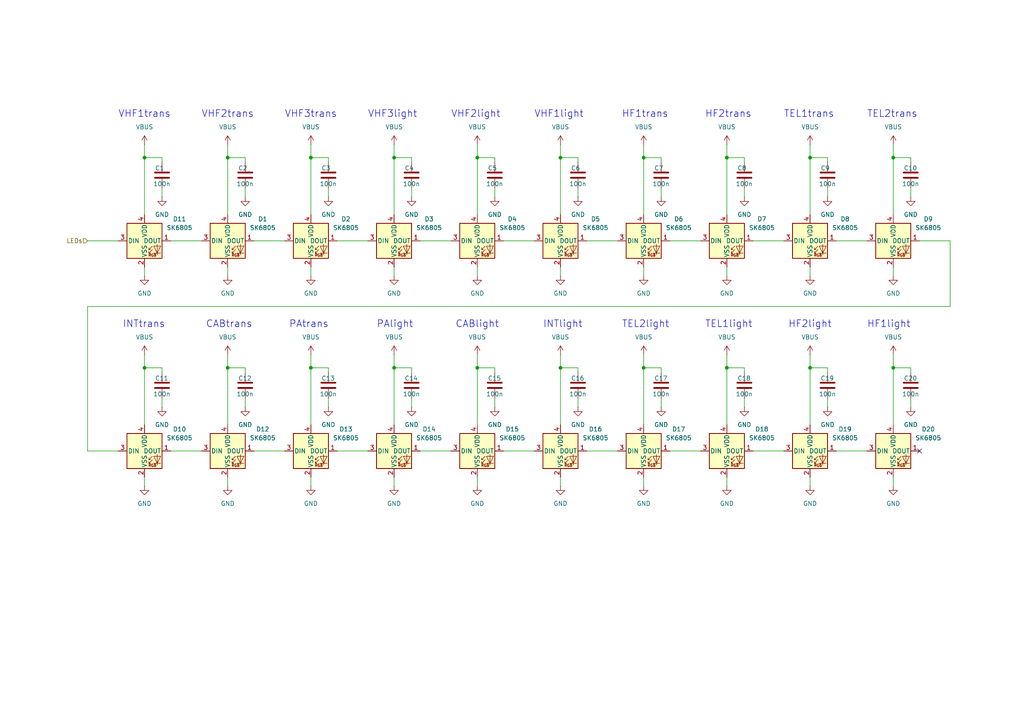
<source format=kicad_sch>
(kicad_sch (version 20231120) (generator "eeschema") (generator_version "8.0")
  (paper "A4")
  (lib_symbols
    (symbol "Device:C" (pin_numbers hide) (pin_names (offset 0.254))
      (property "Reference" "C" (at 0.635 2.54 0))
      (property "Value" "C" (at 0.635 -2.54 0))
      (symbol "C_0_1"
        (polyline (pts (xy -2.032 -0.762) (xy 2.032 -0.762)) (stroke (width 0.508)))
        (polyline (pts (xy -2.032 0.762) (xy 2.032 0.762)) (stroke (width 0.508)))
      )
      (symbol "C_1_1"
        (pin passive line (at 0 3.81 270) (length 2.794) (name "~") (number "1"))
        (pin passive line (at 0 -3.81 90) (length 2.794) (name "~") (number "2"))
      )
    )
    (symbol "LED:SK6805" (pin_names (offset 0.254))
      (property "Reference" "D" (at 5.08 5.715 0))
      (property "Value" "SK6805" (at 1.27 -5.715 0))
      (symbol "SK6805_0_0"
        (text "RGB" (at 2.286 -4.191 0) (effects (font (size 0.762 0.762))))
      )
      (symbol "SK6805_0_1"
        (polyline (pts (xy 1.27 -3.556) (xy 1.778 -3.556)))
        (polyline (pts (xy 1.27 -2.54) (xy 1.778 -2.54)))
        (polyline (pts (xy 4.699 -3.556) (xy 2.667 -3.556)))
        (polyline (pts (xy 2.286 -2.54) (xy 1.27 -3.556) (xy 1.27 -3.048)))
        (polyline (pts (xy 2.286 -1.524) (xy 1.27 -2.54) (xy 1.27 -2.032)))
        (polyline (pts (xy 3.683 -1.016) (xy 3.683 -3.556) (xy 3.683 -4.064)))
        (polyline (pts (xy 4.699 -1.524) (xy 2.667 -1.524) (xy 3.683 -3.556) (xy 4.699 -1.524)))
        (rectangle (start 5.08 5.08) (end -5.08 -5.08) (stroke (width 0.254)) (fill (type background)))
      )
      (symbol "SK6805_1_1"
        (pin output line (at 7.62 0 180) (length 2.54) (name "DOUT") (number "1"))
        (pin power_in line (at 0 -7.62 90) (length 2.54) (name "VSS") (number "2"))
        (pin input line (at -7.62 0 0) (length 2.54) (name "DIN") (number "3"))
        (pin power_in line (at 0 7.62 270) (length 2.54) (name "VDD") (number "4"))
      )
    )
    (symbol "power:GND" (power) (pin_numbers hide) (pin_names (offset 0) hide)
      (property "Value" "GND" (at 0 -3.81 0))
      (symbol "GND_0_1"
        (polyline (pts (xy 0 0) (xy 0 -1.27) (xy 1.27 -1.27) (xy 0 -2.54) (xy -1.27 -1.27) (xy 0 -1.27)))
      )
      (symbol "GND_1_1"
        (pin power_in line (at 0 0 270) (length 0) (name "~") (number "1"))
      )
    )
    (symbol "power:VBUS" (power) (pin_numbers hide) (pin_names (offset 0) hide)
      (property "Value" "VBUS" (at 0 3.556 0))
      (symbol "VBUS_0_1"
        (polyline (pts (xy -0.762 1.27) (xy 0 2.54)))
        (polyline (pts (xy 0 0) (xy 0 2.54)))
        (polyline (pts (xy 0 2.54) (xy 0.762 1.27)))
      )
      (symbol "VBUS_1_1"
        (pin power_in line (at 0 0 90) (length 0) (name "~") (number "1"))
      )
    )
  )
  (junction (at 66.04 106.68))
  (junction (at 186.69 106.68))
  (junction (at 138.43 45.72))
  (junction (at 259.08 45.72))
  (junction (at 114.3 45.72))
  (junction (at 210.82 106.68))
  (junction (at 162.56 106.68))
  (junction (at 210.82 45.72))
  (junction (at 234.95 45.72))
  (junction (at 41.91 45.72))
  (junction (at 259.08 106.68))
  (junction (at 234.95 106.68))
  (junction (at 90.17 106.68))
  (junction (at 186.69 45.72))
  (junction (at 138.43 106.68))
  (junction (at 41.91 106.68))
  (junction (at 90.17 45.72))
  (junction (at 66.04 45.72))
  (junction (at 114.3 106.68))
  (junction (at 162.56 45.72))
  (no_connect (at 266.7 130.81))
  (wire (pts (xy 90.17 41.91) (xy 90.17 45.72)))
  (wire (pts (xy 114.3 45.72) (xy 114.3 62.23)))
  (wire (pts (xy 170.18 130.81) (xy 179.07 130.81)))
  (wire (pts (xy 234.95 45.72) (xy 234.95 62.23)))
  (wire (pts (xy 90.17 45.72) (xy 90.17 62.23)))
  (wire (pts (xy 46.99 46.99) (xy 46.99 45.72)))
  (wire (pts (xy 186.69 106.68) (xy 186.69 123.19)))
  (wire (pts (xy 41.91 138.43) (xy 41.91 140.97)))
  (wire (pts (xy 186.69 102.87) (xy 186.69 106.68)))
  (wire (pts (xy 215.9 54.61) (xy 215.9 57.15)))
  (wire (pts (xy 186.69 77.47) (xy 186.69 80.01)))
  (wire (pts (xy 234.95 41.91) (xy 234.95 45.72)))
  (wire (pts (xy 121.92 69.85) (xy 130.81 69.85)))
  (wire (pts (xy 264.16 54.61) (xy 264.16 57.15)))
  (wire (pts (xy 71.12 54.61) (xy 71.12 57.15)))
  (wire (pts (xy 114.3 138.43) (xy 114.3 140.97)))
  (wire (pts (xy 46.99 115.57) (xy 46.99 118.11)))
  (wire (pts (xy 90.17 138.43) (xy 90.17 140.97)))
  (wire (pts (xy 264.16 107.95) (xy 264.16 106.68)))
  (wire (pts (xy 240.03 46.99) (xy 240.03 45.72)))
  (wire (pts (xy 240.03 54.61) (xy 240.03 57.15)))
  (wire (pts (xy 90.17 102.87) (xy 90.17 106.68)))
  (wire (pts (xy 162.56 41.91) (xy 162.56 45.72)))
  (wire (pts (xy 275.59 69.85) (xy 275.59 88.9)))
  (wire (pts (xy 191.77 54.61) (xy 191.77 57.15)))
  (wire (pts (xy 215.9 45.72) (xy 210.82 45.72)))
  (wire (pts (xy 114.3 77.47) (xy 114.3 80.01)))
  (wire (pts (xy 66.04 106.68) (xy 66.04 123.19)))
  (wire (pts (xy 119.38 115.57) (xy 119.38 118.11)))
  (wire (pts (xy 167.64 115.57) (xy 167.64 118.11)))
  (wire (pts (xy 191.77 115.57) (xy 191.77 118.11)))
  (wire (pts (xy 242.57 69.85) (xy 251.46 69.85)))
  (wire (pts (xy 186.69 138.43) (xy 186.69 140.97)))
  (wire (pts (xy 119.38 54.61) (xy 119.38 57.15)))
  (wire (pts (xy 121.92 130.81) (xy 130.81 130.81)))
  (wire (pts (xy 191.77 107.95) (xy 191.77 106.68)))
  (wire (pts (xy 138.43 45.72) (xy 138.43 62.23)))
  (wire (pts (xy 264.16 106.68) (xy 259.08 106.68)))
  (wire (pts (xy 210.82 102.87) (xy 210.82 106.68)))
  (wire (pts (xy 191.77 45.72) (xy 186.69 45.72)))
  (wire (pts (xy 97.79 69.85) (xy 106.68 69.85)))
  (wire (pts (xy 41.91 106.68) (xy 41.91 123.19)))
  (wire (pts (xy 41.91 102.87) (xy 41.91 106.68)))
  (wire (pts (xy 46.99 45.72) (xy 41.91 45.72)))
  (wire (pts (xy 66.04 41.91) (xy 66.04 45.72)))
  (wire (pts (xy 114.3 41.91) (xy 114.3 45.72)))
  (wire (pts (xy 215.9 115.57) (xy 215.9 118.11)))
  (wire (pts (xy 162.56 138.43) (xy 162.56 140.97)))
  (wire (pts (xy 234.95 102.87) (xy 234.95 106.68)))
  (wire (pts (xy 259.08 106.68) (xy 259.08 123.19)))
  (wire (pts (xy 114.3 106.68) (xy 114.3 123.19)))
  (wire (pts (xy 25.4 130.81) (xy 34.29 130.81)))
  (wire (pts (xy 25.4 69.85) (xy 34.29 69.85)))
  (wire (pts (xy 167.64 54.61) (xy 167.64 57.15)))
  (wire (pts (xy 210.82 41.91) (xy 210.82 45.72)))
  (wire (pts (xy 143.51 46.99) (xy 143.51 45.72)))
  (wire (pts (xy 275.59 88.9) (xy 25.4 88.9)))
  (wire (pts (xy 143.51 106.68) (xy 138.43 106.68)))
  (wire (pts (xy 167.64 106.68) (xy 162.56 106.68)))
  (wire (pts (xy 90.17 106.68) (xy 90.17 123.19)))
  (wire (pts (xy 259.08 41.91) (xy 259.08 45.72)))
  (wire (pts (xy 71.12 106.68) (xy 66.04 106.68)))
  (wire (pts (xy 259.08 77.47) (xy 259.08 80.01)))
  (wire (pts (xy 143.51 54.61) (xy 143.51 57.15)))
  (wire (pts (xy 41.91 77.47) (xy 41.91 80.01)))
  (wire (pts (xy 215.9 46.99) (xy 215.9 45.72)))
  (wire (pts (xy 119.38 106.68) (xy 114.3 106.68)))
  (wire (pts (xy 146.05 69.85) (xy 154.94 69.85)))
  (wire (pts (xy 143.51 45.72) (xy 138.43 45.72)))
  (wire (pts (xy 259.08 45.72) (xy 259.08 62.23)))
  (wire (pts (xy 218.44 130.81) (xy 227.33 130.81)))
  (wire (pts (xy 46.99 54.61) (xy 46.99 57.15)))
  (wire (pts (xy 186.69 41.91) (xy 186.69 45.72)))
  (wire (pts (xy 71.12 45.72) (xy 66.04 45.72)))
  (wire (pts (xy 66.04 102.87) (xy 66.04 106.68)))
  (wire (pts (xy 114.3 102.87) (xy 114.3 106.68)))
  (wire (pts (xy 167.64 107.95) (xy 167.64 106.68)))
  (wire (pts (xy 264.16 115.57) (xy 264.16 118.11)))
  (wire (pts (xy 191.77 106.68) (xy 186.69 106.68)))
  (wire (pts (xy 162.56 77.47) (xy 162.56 80.01)))
  (wire (pts (xy 95.25 115.57) (xy 95.25 118.11)))
  (wire (pts (xy 240.03 45.72) (xy 234.95 45.72)))
  (wire (pts (xy 162.56 106.68) (xy 162.56 123.19)))
  (wire (pts (xy 210.82 77.47) (xy 210.82 80.01)))
  (wire (pts (xy 119.38 107.95) (xy 119.38 106.68)))
  (wire (pts (xy 143.51 107.95) (xy 143.51 106.68)))
  (wire (pts (xy 259.08 102.87) (xy 259.08 106.68)))
  (wire (pts (xy 210.82 106.68) (xy 210.82 123.19)))
  (wire (pts (xy 264.16 46.99) (xy 264.16 45.72)))
  (wire (pts (xy 73.66 130.81) (xy 82.55 130.81)))
  (wire (pts (xy 194.31 69.85) (xy 203.2 69.85)))
  (wire (pts (xy 143.51 115.57) (xy 143.51 118.11)))
  (wire (pts (xy 162.56 102.87) (xy 162.56 106.68)))
  (wire (pts (xy 138.43 138.43) (xy 138.43 140.97)))
  (wire (pts (xy 41.91 45.72) (xy 41.91 62.23)))
  (wire (pts (xy 46.99 106.68) (xy 41.91 106.68)))
  (wire (pts (xy 191.77 46.99) (xy 191.77 45.72)))
  (wire (pts (xy 95.25 46.99) (xy 95.25 45.72)))
  (wire (pts (xy 25.4 88.9) (xy 25.4 130.81)))
  (wire (pts (xy 66.04 45.72) (xy 66.04 62.23)))
  (wire (pts (xy 119.38 45.72) (xy 114.3 45.72)))
  (wire (pts (xy 95.25 54.61) (xy 95.25 57.15)))
  (wire (pts (xy 73.66 69.85) (xy 82.55 69.85)))
  (wire (pts (xy 71.12 115.57) (xy 71.12 118.11)))
  (wire (pts (xy 242.57 130.81) (xy 251.46 130.81)))
  (wire (pts (xy 95.25 107.95) (xy 95.25 106.68)))
  (wire (pts (xy 240.03 107.95) (xy 240.03 106.68)))
  (wire (pts (xy 41.91 41.91) (xy 41.91 45.72)))
  (wire (pts (xy 49.53 69.85) (xy 58.42 69.85)))
  (wire (pts (xy 210.82 45.72) (xy 210.82 62.23)))
  (wire (pts (xy 215.9 106.68) (xy 210.82 106.68)))
  (wire (pts (xy 218.44 69.85) (xy 227.33 69.85)))
  (wire (pts (xy 167.64 46.99) (xy 167.64 45.72)))
  (wire (pts (xy 215.9 107.95) (xy 215.9 106.68)))
  (wire (pts (xy 264.16 45.72) (xy 259.08 45.72)))
  (wire (pts (xy 49.53 130.81) (xy 58.42 130.81)))
  (wire (pts (xy 138.43 106.68) (xy 138.43 123.19)))
  (wire (pts (xy 210.82 138.43) (xy 210.82 140.97)))
  (wire (pts (xy 170.18 69.85) (xy 179.07 69.85)))
  (wire (pts (xy 240.03 106.68) (xy 234.95 106.68)))
  (wire (pts (xy 66.04 77.47) (xy 66.04 80.01)))
  (wire (pts (xy 167.64 45.72) (xy 162.56 45.72)))
  (wire (pts (xy 71.12 107.95) (xy 71.12 106.68)))
  (wire (pts (xy 259.08 138.43) (xy 259.08 140.97)))
  (wire (pts (xy 266.7 69.85) (xy 275.59 69.85)))
  (wire (pts (xy 240.03 115.57) (xy 240.03 118.11)))
  (wire (pts (xy 71.12 46.99) (xy 71.12 45.72)))
  (wire (pts (xy 146.05 130.81) (xy 154.94 130.81)))
  (wire (pts (xy 90.17 77.47) (xy 90.17 80.01)))
  (wire (pts (xy 119.38 46.99) (xy 119.38 45.72)))
  (wire (pts (xy 46.99 107.95) (xy 46.99 106.68)))
  (wire (pts (xy 234.95 106.68) (xy 234.95 123.19)))
  (wire (pts (xy 95.25 106.68) (xy 90.17 106.68)))
  (wire (pts (xy 95.25 45.72) (xy 90.17 45.72)))
  (wire (pts (xy 138.43 102.87) (xy 138.43 106.68)))
  (wire (pts (xy 194.31 130.81) (xy 203.2 130.81)))
  (wire (pts (xy 162.56 45.72) (xy 162.56 62.23)))
  (wire (pts (xy 66.04 138.43) (xy 66.04 140.97)))
  (wire (pts (xy 186.69 45.72) (xy 186.69 62.23)))
  (wire (pts (xy 97.79 130.81) (xy 106.68 130.81)))
  (wire (pts (xy 234.95 77.47) (xy 234.95 80.01)))
  (wire (pts (xy 234.95 138.43) (xy 234.95 140.97)))
  (wire (pts (xy 138.43 77.47) (xy 138.43 80.01)))
  (wire (pts (xy 138.43 41.91) (xy 138.43 45.72)))
  (text "HF2trans" (at 204.47 34.29 0) (effects (font (size 2 2)) (justify left bottom)))
  (text "TEL1light" (at 204.47 95.25 0) (effects (font (size 2 2)) (justify left bottom)))
  (text "VHF2trans" (at 58.42 34.29 0) (effects (font (size 2 2)) (justify left bottom)))
  (text "VHF3light" (at 106.68 34.29 0) (effects (font (size 2 2)) (justify left bottom)))
  (text "VHF1light" (at 154.94 34.29 0) (effects (font (size 2 2)) (justify left bottom)))
  (text "TEL2trans" (at 251.46 34.29 0) (effects (font (size 2 2)) (justify left bottom)))
  (text "TEL2light" (at 180.34 95.25 0) (effects (font (size 2 2)) (justify left bottom)))
  (text "CABlight" (at 132.08 95.25 0) (effects (font (size 2 2)) (justify left bottom)))
  (text "VHF1trans" (at 34.29 34.29 0) (effects (font (size 2 2)) (justify left bottom)))
  (text "PAlight" (at 109.22 95.25 0) (effects (font (size 2 2)) (justify left bottom)))
  (text "HF2light" (at 228.6 95.25 0) (effects (font (size 2 2)) (justify left bottom)))
  (text "HF1light" (at 251.46 95.25 0) (effects (font (size 2 2)) (justify left bottom)))
  (text "CABtrans" (at 59.69 95.25 0) (effects (font (size 2 2)) (justify left bottom)))
  (text "INTlight" (at 157.48 95.25 0) (effects (font (size 2 2)) (justify left bottom)))
  (text "INTtrans" (at 35.56 95.25 0) (effects (font (size 2 2)) (justify left bottom)))
  (text "VHF2light" (at 130.81 34.29 0) (effects (font (size 2 2)) (justify left bottom)))
  (text "HF1trans" (at 180.34 34.29 0) (effects (font (size 2 2)) (justify left bottom)))
  (text "PAtrans" (at 83.82 95.25 0) (effects (font (size 2 2)) (justify left bottom)))
  (text "TEL1trans" (at 227.33 34.29 0) (effects (font (size 2 2)) (justify left bottom)))
  (text "VHF3trans" (at 82.55 34.29 0) (effects (font (size 2 2)) (justify left bottom)))
  (hierarchical_label "LEDs" (shape input) (at 25.4 69.85 180))
  (symbol (lib_id "power:GND") (at 71.12 118.11 0) (unit 1)
    (property "Reference" "#PWR060" (effects (hide yes)))
    (property "Value" "GND" (at 71.12 123.19 0))
    (property "Description" "Power symbol creates a global label with name \"GND\" , ground" (effects (hide yes)))
  )
  (symbol (lib_id "Device:C") (at 71.12 50.8 0) (unit 1)
    (property "Reference" "C2" (at 69.088 48.768 0) (effects (justify left)))
    (property "Value" "100n" (at 68.58 53.34 0) (effects (justify left)))
    (property "Footprint" "Capacitor_SMD:C_0603_1608Metric" (effects (hide yes)))
    (property "Datasheet" "https://www.lcsc.com/datasheet/lcsc_datasheet_2211101700_YAGEO-CC0603KRX7R9BB104_C14663.pdf" (effects (hide yes)))
    (property "Manufracturer" "YAGEO" (effects (hide yes)))
    (property "Manufracturer Part Number" "CC0603KRX7R9BB104" (effects (hide yes)))
    (property "JLCPCB Part" "C14663" (effects (hide yes)))
  )
  (symbol (lib_id "power:VBUS") (at 114.3 41.91 0) (unit 1)
    (property "Reference" "#PWR031" (effects (hide yes)))
    (property "Value" "VBUS" (at 114.3 36.83 0))
    (property "Description" "Power symbol creates a global label with name \"VBUS\"" (effects (hide yes)))
  )
  (symbol (lib_id "power:GND") (at 234.95 80.01 0) (unit 1)
    (property "Reference" "#PWR050" (effects (hide yes)))
    (property "Value" "GND" (at 234.95 85.09 0))
    (property "Description" "Power symbol creates a global label with name \"GND\" , ground" (effects (hide yes)))
  )
  (symbol (lib_id "LED:SK6805") (at 114.3 69.85 0) (unit 1)
    (property "Reference" "D3" (at 124.46 63.5314 0))
    (property "Value" "SK6805" (at 124.46 66.0714 0))
    (property "Footprint" "LED_SMD:LED_SK6805_PLCC4_2.4x2.7mm_P1.3mm" (effects (hide yes)))
    (property "Datasheet" "https://www.lcsc.com/datasheet/lcsc_datasheet_2110250930_OPSCO-Optoelectronics-SK6805MICRO-J_C2909056.pdf" (effects (hide yes)))
    (property "Description" "RGB LED with integrated controller" (effects (hide yes)))
    (property "JLCPCB Part" "C2909056" (effects (hide yes)))
    (property "Manufracturer" "OPSCO Optoelectronics" (effects (hide yes)))
    (property "Manufracturer Part Number" "SK6805MICRO-J" (effects (hide yes)))
  )
  (symbol (lib_id "power:VBUS") (at 138.43 41.91 0) (unit 1)
    (property "Reference" "#PWR033" (effects (hide yes)))
    (property "Value" "VBUS" (at 138.43 36.83 0))
    (property "Description" "Power symbol creates a global label with name \"VBUS\"" (effects (hide yes)))
  )
  (symbol (lib_id "LED:SK6805") (at 41.91 130.81 0) (unit 1)
    (property "Reference" "D10" (at 52.07 124.4914 0))
    (property "Value" "SK6805" (at 52.07 127.0314 0))
    (property "Footprint" "LED_SMD:LED_SK6805_PLCC4_2.4x2.7mm_P1.3mm" (effects (hide yes)))
    (property "Datasheet" "https://www.lcsc.com/datasheet/lcsc_datasheet_2110250930_OPSCO-Optoelectronics-SK6805MICRO-J_C2909056.pdf" (effects (hide yes)))
    (property "Description" "RGB LED with integrated controller" (effects (hide yes)))
    (property "JLCPCB Part" "C2909056" (effects (hide yes)))
    (property "Manufracturer" "OPSCO Optoelectronics" (effects (hide yes)))
    (property "Manufracturer Part Number" "SK6805MICRO-J" (effects (hide yes)))
  )
  (symbol (lib_id "Device:C") (at 215.9 50.8 0) (unit 1)
    (property "Reference" "C8" (at 213.868 48.768 0) (effects (justify left)))
    (property "Value" "100n" (at 213.36 53.34 0) (effects (justify left)))
    (property "Footprint" "Capacitor_SMD:C_0603_1608Metric" (effects (hide yes)))
    (property "Datasheet" "https://www.lcsc.com/datasheet/lcsc_datasheet_2211101700_YAGEO-CC0603KRX7R9BB104_C14663.pdf" (effects (hide yes)))
    (property "Manufracturer" "YAGEO" (effects (hide yes)))
    (property "Manufracturer Part Number" "CC0603KRX7R9BB104" (effects (hide yes)))
    (property "JLCPCB Part" "C14663" (effects (hide yes)))
  )
  (symbol (lib_id "LED:SK6805") (at 234.95 69.85 0) (unit 1)
    (property "Reference" "D8" (at 245.11 63.5314 0))
    (property "Value" "SK6805" (at 245.11 66.0714 0))
    (property "Footprint" "LED_SMD:LED_SK6805_PLCC4_2.4x2.7mm_P1.3mm" (effects (hide yes)))
    (property "Datasheet" "https://www.lcsc.com/datasheet/lcsc_datasheet_2110250930_OPSCO-Optoelectronics-SK6805MICRO-J_C2909056.pdf" (effects (hide yes)))
    (property "Description" "RGB LED with integrated controller" (effects (hide yes)))
    (property "JLCPCB Part" "C2909056" (effects (hide yes)))
    (property "Manufracturer" "OPSCO Optoelectronics" (effects (hide yes)))
    (property "Manufracturer Part Number" "SK6805MICRO-J" (effects (hide yes)))
  )
  (symbol (lib_id "power:VBUS") (at 90.17 102.87 0) (unit 1)
    (property "Reference" "#PWR061" (effects (hide yes)))
    (property "Value" "VBUS" (at 90.17 97.79 0))
    (property "Description" "Power symbol creates a global label with name \"VBUS\"" (effects (hide yes)))
  )
  (symbol (lib_id "Device:C") (at 71.12 111.76 0) (unit 1)
    (property "Reference" "C12" (at 69.088 109.728 0) (effects (justify left)))
    (property "Value" "100n" (at 68.58 114.3 0) (effects (justify left)))
    (property "Footprint" "Capacitor_SMD:C_0603_1608Metric" (effects (hide yes)))
    (property "Datasheet" "https://www.lcsc.com/datasheet/lcsc_datasheet_2211101700_YAGEO-CC0603KRX7R9BB104_C14663.pdf" (effects (hide yes)))
    (property "Manufracturer" "YAGEO" (effects (hide yes)))
    (property "Manufracturer Part Number" "CC0603KRX7R9BB104" (effects (hide yes)))
    (property "JLCPCB Part" "C14663" (effects (hide yes)))
  )
  (symbol (lib_id "power:GND") (at 41.91 80.01 0) (unit 1)
    (property "Reference" "#PWR025" (effects (hide yes)))
    (property "Value" "GND" (at 41.91 85.09 0))
    (property "Description" "Power symbol creates a global label with name \"GND\" , ground" (effects (hide yes)))
  )
  (symbol (lib_id "LED:SK6805") (at 162.56 69.85 0) (unit 1)
    (property "Reference" "D5" (at 172.72 63.5314 0))
    (property "Value" "SK6805" (at 172.72 66.0714 0))
    (property "Footprint" "LED_SMD:LED_SK6805_PLCC4_2.4x2.7mm_P1.3mm" (effects (hide yes)))
    (property "Datasheet" "https://www.lcsc.com/datasheet/lcsc_datasheet_2110250930_OPSCO-Optoelectronics-SK6805MICRO-J_C2909056.pdf" (effects (hide yes)))
    (property "Description" "RGB LED with integrated controller" (effects (hide yes)))
    (property "JLCPCB Part" "C2909056" (effects (hide yes)))
    (property "Manufracturer" "OPSCO Optoelectronics" (effects (hide yes)))
    (property "Manufracturer Part Number" "SK6805MICRO-J" (effects (hide yes)))
  )
  (symbol (lib_id "power:GND") (at 114.3 80.01 0) (unit 1)
    (property "Reference" "#PWR032" (effects (hide yes)))
    (property "Value" "GND" (at 114.3 85.09 0))
    (property "Description" "Power symbol creates a global label with name \"GND\" , ground" (effects (hide yes)))
  )
  (symbol (lib_id "LED:SK6805") (at 66.04 130.81 0) (unit 1)
    (property "Reference" "D12" (at 76.2 124.4914 0))
    (property "Value" "SK6805" (at 76.2 127.0314 0))
    (property "Footprint" "LED_SMD:LED_SK6805_PLCC4_2.4x2.7mm_P1.3mm" (effects (hide yes)))
    (property "Datasheet" "https://www.lcsc.com/datasheet/lcsc_datasheet_2110250930_OPSCO-Optoelectronics-SK6805MICRO-J_C2909056.pdf" (effects (hide yes)))
    (property "Description" "RGB LED with integrated controller" (effects (hide yes)))
    (property "JLCPCB Part" "C2909056" (effects (hide yes)))
    (property "Manufracturer" "OPSCO Optoelectronics" (effects (hide yes)))
    (property "Manufracturer Part Number" "SK6805MICRO-J" (effects (hide yes)))
  )
  (symbol (lib_id "LED:SK6805") (at 186.69 69.85 0) (unit 1)
    (property "Reference" "D6" (at 196.85 63.5314 0))
    (property "Value" "SK6805" (at 196.85 66.0714 0))
    (property "Footprint" "LED_SMD:LED_SK6805_PLCC4_2.4x2.7mm_P1.3mm" (effects (hide yes)))
    (property "Datasheet" "https://www.lcsc.com/datasheet/lcsc_datasheet_2110250930_OPSCO-Optoelectronics-SK6805MICRO-J_C2909056.pdf" (effects (hide yes)))
    (property "Description" "RGB LED with integrated controller" (effects (hide yes)))
    (property "JLCPCB Part" "C2909056" (effects (hide yes)))
    (property "Manufracturer" "OPSCO Optoelectronics" (effects (hide yes)))
    (property "Manufracturer Part Number" "SK6805MICRO-J" (effects (hide yes)))
  )
  (symbol (lib_id "LED:SK6805") (at 162.56 130.81 0) (unit 1)
    (property "Reference" "D16" (at 172.72 124.4914 0))
    (property "Value" "SK6805" (at 172.72 127.0314 0))
    (property "Footprint" "LED_SMD:LED_SK6805_PLCC4_2.4x2.7mm_P1.3mm" (effects (hide yes)))
    (property "Datasheet" "https://www.lcsc.com/datasheet/lcsc_datasheet_2110250930_OPSCO-Optoelectronics-SK6805MICRO-J_C2909056.pdf" (effects (hide yes)))
    (property "Description" "RGB LED with integrated controller" (effects (hide yes)))
    (property "JLCPCB Part" "C2909056" (effects (hide yes)))
    (property "Manufracturer" "OPSCO Optoelectronics" (effects (hide yes)))
    (property "Manufracturer Part Number" "SK6805MICRO-J" (effects (hide yes)))
  )
  (symbol (lib_id "Device:C") (at 240.03 50.8 0) (unit 1)
    (property "Reference" "C9" (at 237.998 48.768 0) (effects (justify left)))
    (property "Value" "100n" (at 237.49 53.34 0) (effects (justify left)))
    (property "Footprint" "Capacitor_SMD:C_0603_1608Metric" (effects (hide yes)))
    (property "Datasheet" "https://www.lcsc.com/datasheet/lcsc_datasheet_2211101700_YAGEO-CC0603KRX7R9BB104_C14663.pdf" (effects (hide yes)))
    (property "Manufracturer" "YAGEO" (effects (hide yes)))
    (property "Manufracturer Part Number" "CC0603KRX7R9BB104" (effects (hide yes)))
    (property "JLCPCB Part" "C14663" (effects (hide yes)))
  )
  (symbol (lib_id "power:GND") (at 41.91 140.97 0) (unit 1)
    (property "Reference" "#PWR056" (effects (hide yes)))
    (property "Value" "GND" (at 41.91 146.05 0))
    (property "Description" "Power symbol creates a global label with name \"GND\" , ground" (effects (hide yes)))
  )
  (symbol (lib_id "Device:C") (at 143.51 111.76 0) (unit 1)
    (property "Reference" "C15" (at 141.478 109.728 0) (effects (justify left)))
    (property "Value" "100n" (at 140.97 114.3 0) (effects (justify left)))
    (property "Footprint" "Capacitor_SMD:C_0603_1608Metric" (effects (hide yes)))
    (property "Datasheet" "https://www.lcsc.com/datasheet/lcsc_datasheet_2211101700_YAGEO-CC0603KRX7R9BB104_C14663.pdf" (effects (hide yes)))
    (property "Manufracturer" "YAGEO" (effects (hide yes)))
    (property "Manufracturer Part Number" "CC0603KRX7R9BB104" (effects (hide yes)))
    (property "JLCPCB Part" "C14663" (effects (hide yes)))
  )
  (symbol (lib_id "power:VBUS") (at 186.69 41.91 0) (unit 1)
    (property "Reference" "#PWR043" (effects (hide yes)))
    (property "Value" "VBUS" (at 186.69 36.83 0))
    (property "Description" "Power symbol creates a global label with name \"VBUS\"" (effects (hide yes)))
  )
  (symbol (lib_id "power:VBUS") (at 66.04 102.87 0) (unit 1)
    (property "Reference" "#PWR058" (effects (hide yes)))
    (property "Value" "VBUS" (at 66.04 97.79 0))
    (property "Description" "Power symbol creates a global label with name \"VBUS\"" (effects (hide yes)))
  )
  (symbol (lib_id "Device:C") (at 95.25 50.8 0) (unit 1)
    (property "Reference" "C3" (at 93.218 48.768 0) (effects (justify left)))
    (property "Value" "100n" (at 92.71 53.34 0) (effects (justify left)))
    (property "Footprint" "Capacitor_SMD:C_0603_1608Metric" (effects (hide yes)))
    (property "Datasheet" "https://www.lcsc.com/datasheet/lcsc_datasheet_2211101700_YAGEO-CC0603KRX7R9BB104_C14663.pdf" (effects (hide yes)))
    (property "Manufracturer" "YAGEO" (effects (hide yes)))
    (property "Manufracturer Part Number" "CC0603KRX7R9BB104" (effects (hide yes)))
    (property "JLCPCB Part" "C14663" (effects (hide yes)))
  )
  (symbol (lib_id "power:GND") (at 259.08 80.01 0) (unit 1)
    (property "Reference" "#PWR053" (effects (hide yes)))
    (property "Value" "GND" (at 259.08 85.09 0))
    (property "Description" "Power symbol creates a global label with name \"GND\" , ground" (effects (hide yes)))
  )
  (symbol (lib_id "power:VBUS") (at 114.3 102.87 0) (unit 1)
    (property "Reference" "#PWR064" (effects (hide yes)))
    (property "Value" "VBUS" (at 114.3 97.79 0))
    (property "Description" "Power symbol creates a global label with name \"VBUS\"" (effects (hide yes)))
  )
  (symbol (lib_id "power:GND") (at 143.51 57.15 0) (unit 1)
    (property "Reference" "#PWR041" (effects (hide yes)))
    (property "Value" "GND" (at 143.51 62.23 0))
    (property "Description" "Power symbol creates a global label with name \"GND\" , ground" (effects (hide yes)))
  )
  (symbol (lib_id "Device:C") (at 191.77 111.76 0) (unit 1)
    (property "Reference" "C17" (at 189.738 109.728 0) (effects (justify left)))
    (property "Value" "100n" (at 189.23 114.3 0) (effects (justify left)))
    (property "Footprint" "Capacitor_SMD:C_0603_1608Metric" (effects (hide yes)))
    (property "Datasheet" "https://www.lcsc.com/datasheet/lcsc_datasheet_2211101700_YAGEO-CC0603KRX7R9BB104_C14663.pdf" (effects (hide yes)))
    (property "Manufracturer" "YAGEO" (effects (hide yes)))
    (property "Manufracturer Part Number" "CC0603KRX7R9BB104" (effects (hide yes)))
    (property "JLCPCB Part" "C14663" (effects (hide yes)))
  )
  (symbol (lib_id "power:VBUS") (at 162.56 41.91 0) (unit 1)
    (property "Reference" "#PWR035" (effects (hide yes)))
    (property "Value" "VBUS" (at 162.56 36.83 0))
    (property "Description" "Power symbol creates a global label with name \"VBUS\"" (effects (hide yes)))
  )
  (symbol (lib_id "power:GND") (at 167.64 118.11 0) (unit 1)
    (property "Reference" "#PWR072" (effects (hide yes)))
    (property "Value" "GND" (at 167.64 123.19 0))
    (property "Description" "Power symbol creates a global label with name \"GND\" , ground" (effects (hide yes)))
  )
  (symbol (lib_id "power:VBUS") (at 162.56 102.87 0) (unit 1)
    (property "Reference" "#PWR070" (effects (hide yes)))
    (property "Value" "VBUS" (at 162.56 97.79 0))
    (property "Description" "Power symbol creates a global label with name \"VBUS\"" (effects (hide yes)))
  )
  (symbol (lib_id "power:GND") (at 119.38 57.15 0) (unit 1)
    (property "Reference" "#PWR040" (effects (hide yes)))
    (property "Value" "GND" (at 119.38 62.23 0))
    (property "Description" "Power symbol creates a global label with name \"GND\" , ground" (effects (hide yes)))
  )
  (symbol (lib_id "LED:SK6805") (at 210.82 69.85 0) (unit 1)
    (property "Reference" "D7" (at 220.98 63.5314 0))
    (property "Value" "SK6805" (at 220.98 66.0714 0))
    (property "Footprint" "LED_SMD:LED_SK6805_PLCC4_2.4x2.7mm_P1.3mm" (effects (hide yes)))
    (property "Datasheet" "https://www.lcsc.com/datasheet/lcsc_datasheet_2110250930_OPSCO-Optoelectronics-SK6805MICRO-J_C2909056.pdf" (effects (hide yes)))
    (property "Description" "RGB LED with integrated controller" (effects (hide yes)))
    (property "JLCPCB Part" "C2909056" (effects (hide yes)))
    (property "Manufracturer" "OPSCO Optoelectronics" (effects (hide yes)))
    (property "Manufracturer Part Number" "SK6805MICRO-J" (effects (hide yes)))
  )
  (symbol (lib_id "power:VBUS") (at 41.91 41.91 0) (unit 1)
    (property "Reference" "#PWR026" (effects (hide yes)))
    (property "Value" "VBUS" (at 41.91 36.83 0))
    (property "Description" "Power symbol creates a global label with name \"VBUS\"" (effects (hide yes)))
  )
  (symbol (lib_id "power:GND") (at 210.82 80.01 0) (unit 1)
    (property "Reference" "#PWR047" (effects (hide yes)))
    (property "Value" "GND" (at 210.82 85.09 0))
    (property "Description" "Power symbol creates a global label with name \"GND\" , ground" (effects (hide yes)))
  )
  (symbol (lib_id "power:GND") (at 210.82 140.97 0) (unit 1)
    (property "Reference" "#PWR077" (effects (hide yes)))
    (property "Value" "GND" (at 210.82 146.05 0))
    (property "Description" "Power symbol creates a global label with name \"GND\" , ground" (effects (hide yes)))
  )
  (symbol (lib_id "Device:C") (at 46.99 50.8 0) (unit 1)
    (property "Reference" "C1" (at 44.958 48.768 0) (effects (justify left)))
    (property "Value" "100n" (at 44.45 53.34 0) (effects (justify left)))
    (property "Footprint" "Capacitor_SMD:C_0603_1608Metric" (effects (hide yes)))
    (property "Datasheet" "https://www.lcsc.com/datasheet/lcsc_datasheet_2211101700_YAGEO-CC0603KRX7R9BB104_C14663.pdf" (effects (hide yes)))
    (property "Manufracturer" "YAGEO" (effects (hide yes)))
    (property "Manufracturer Part Number" "CC0603KRX7R9BB104" (effects (hide yes)))
    (property "JLCPCB Part" "C14663" (effects (hide yes)))
  )
  (symbol (lib_id "power:GND") (at 95.25 57.15 0) (unit 1)
    (property "Reference" "#PWR039" (effects (hide yes)))
    (property "Value" "GND" (at 95.25 62.23 0))
    (property "Description" "Power symbol creates a global label with name \"GND\" , ground" (effects (hide yes)))
  )
  (symbol (lib_id "power:GND") (at 119.38 118.11 0) (unit 1)
    (property "Reference" "#PWR066" (effects (hide yes)))
    (property "Value" "GND" (at 119.38 123.19 0))
    (property "Description" "Power symbol creates a global label with name \"GND\" , ground" (effects (hide yes)))
  )
  (symbol (lib_id "Device:C") (at 95.25 111.76 0) (unit 1)
    (property "Reference" "C13" (at 93.218 109.728 0) (effects (justify left)))
    (property "Value" "100n" (at 92.71 114.3 0) (effects (justify left)))
    (property "Footprint" "Capacitor_SMD:C_0603_1608Metric" (effects (hide yes)))
    (property "Datasheet" "https://www.lcsc.com/datasheet/lcsc_datasheet_2211101700_YAGEO-CC0603KRX7R9BB104_C14663.pdf" (effects (hide yes)))
    (property "Manufracturer" "YAGEO" (effects (hide yes)))
    (property "Manufracturer Part Number" "CC0603KRX7R9BB104" (effects (hide yes)))
    (property "JLCPCB Part" "C14663" (effects (hide yes)))
  )
  (symbol (lib_id "power:VBUS") (at 66.04 41.91 0) (unit 1)
    (property "Reference" "#PWR027" (effects (hide yes)))
    (property "Value" "VBUS" (at 66.04 36.83 0))
    (property "Description" "Power symbol creates a global label with name \"VBUS\"" (effects (hide yes)))
  )
  (symbol (lib_id "LED:SK6805") (at 114.3 130.81 0) (unit 1)
    (property "Reference" "D14" (at 124.46 124.4914 0))
    (property "Value" "SK6805" (at 124.46 127.0314 0))
    (property "Footprint" "LED_SMD:LED_SK6805_PLCC4_2.4x2.7mm_P1.3mm" (effects (hide yes)))
    (property "Datasheet" "https://www.lcsc.com/datasheet/lcsc_datasheet_2110250930_OPSCO-Optoelectronics-SK6805MICRO-J_C2909056.pdf" (effects (hide yes)))
    (property "Description" "RGB LED with integrated controller" (effects (hide yes)))
    (property "JLCPCB Part" "C2909056" (effects (hide yes)))
    (property "Manufracturer" "OPSCO Optoelectronics" (effects (hide yes)))
    (property "Manufracturer Part Number" "SK6805MICRO-J" (effects (hide yes)))
  )
  (symbol (lib_id "power:VBUS") (at 234.95 102.87 0) (unit 1)
    (property "Reference" "#PWR079" (effects (hide yes)))
    (property "Value" "VBUS" (at 234.95 97.79 0))
    (property "Description" "Power symbol creates a global label with name \"VBUS\"" (effects (hide yes)))
  )
  (symbol (lib_id "power:GND") (at 162.56 80.01 0) (unit 1)
    (property "Reference" "#PWR036" (effects (hide yes)))
    (property "Value" "GND" (at 162.56 85.09 0))
    (property "Description" "Power symbol creates a global label with name \"GND\" , ground" (effects (hide yes)))
  )
  (symbol (lib_id "Device:C") (at 167.64 50.8 0) (unit 1)
    (property "Reference" "C6" (at 165.608 48.768 0) (effects (justify left)))
    (property "Value" "100n" (at 165.1 53.34 0) (effects (justify left)))
    (property "Footprint" "Capacitor_SMD:C_0603_1608Metric" (effects (hide yes)))
    (property "Datasheet" "https://www.lcsc.com/datasheet/lcsc_datasheet_2211101700_YAGEO-CC0603KRX7R9BB104_C14663.pdf" (effects (hide yes)))
    (property "Manufracturer" "YAGEO" (effects (hide yes)))
    (property "Manufracturer Part Number" "CC0603KRX7R9BB104" (effects (hide yes)))
    (property "JLCPCB Part" "C14663" (effects (hide yes)))
  )
  (symbol (lib_id "Device:C") (at 119.38 111.76 0) (unit 1)
    (property "Reference" "C14" (at 117.348 109.728 0) (effects (justify left)))
    (property "Value" "100n" (at 116.84 114.3 0) (effects (justify left)))
    (property "Footprint" "Capacitor_SMD:C_0603_1608Metric" (effects (hide yes)))
    (property "Datasheet" "https://www.lcsc.com/datasheet/lcsc_datasheet_2211101700_YAGEO-CC0603KRX7R9BB104_C14663.pdf" (effects (hide yes)))
    (property "Manufracturer" "YAGEO" (effects (hide yes)))
    (property "Manufracturer Part Number" "CC0603KRX7R9BB104" (effects (hide yes)))
    (property "JLCPCB Part" "C14663" (effects (hide yes)))
  )
  (symbol (lib_id "LED:SK6805") (at 90.17 130.81 0) (unit 1)
    (property "Reference" "D13" (at 100.33 124.4914 0))
    (property "Value" "SK6805" (at 100.33 127.0314 0))
    (property "Footprint" "LED_SMD:LED_SK6805_PLCC4_2.4x2.7mm_P1.3mm" (effects (hide yes)))
    (property "Datasheet" "https://www.lcsc.com/datasheet/lcsc_datasheet_2110250930_OPSCO-Optoelectronics-SK6805MICRO-J_C2909056.pdf" (effects (hide yes)))
    (property "Description" "RGB LED with integrated controller" (effects (hide yes)))
    (property "JLCPCB Part" "C2909056" (effects (hide yes)))
    (property "Manufracturer" "OPSCO Optoelectronics" (effects (hide yes)))
    (property "Manufracturer Part Number" "SK6805MICRO-J" (effects (hide yes)))
  )
  (symbol (lib_id "power:GND") (at 264.16 118.11 0) (unit 1)
    (property "Reference" "#PWR084" (effects (hide yes)))
    (property "Value" "GND" (at 264.16 123.19 0))
    (property "Description" "Power symbol creates a global label with name \"GND\" , ground" (effects (hide yes)))
  )
  (symbol (lib_id "LED:SK6805") (at 210.82 130.81 0) (unit 1)
    (property "Reference" "D18" (at 220.98 124.4914 0))
    (property "Value" "SK6805" (at 220.98 127.0314 0))
    (property "Footprint" "LED_SMD:LED_SK6805_PLCC4_2.4x2.7mm_P1.3mm" (effects (hide yes)))
    (property "Datasheet" "https://www.lcsc.com/datasheet/lcsc_datasheet_2110250930_OPSCO-Optoelectronics-SK6805MICRO-J_C2909056.pdf" (effects (hide yes)))
    (property "Description" "RGB LED with integrated controller" (effects (hide yes)))
    (property "JLCPCB Part" "C2909056" (effects (hide yes)))
    (property "Manufracturer" "OPSCO Optoelectronics" (effects (hide yes)))
    (property "Manufracturer Part Number" "SK6805MICRO-J" (effects (hide yes)))
  )
  (symbol (lib_id "power:GND") (at 46.99 118.11 0) (unit 1)
    (property "Reference" "#PWR057" (effects (hide yes)))
    (property "Value" "GND" (at 46.99 123.19 0))
    (property "Description" "Power symbol creates a global label with name \"GND\" , ground" (effects (hide yes)))
  )
  (symbol (lib_id "LED:SK6805") (at 66.04 69.85 0) (unit 1)
    (property "Reference" "D1" (at 76.2 63.5314 0))
    (property "Value" "SK6805" (at 76.2 66.0714 0))
    (property "Footprint" "LED_SMD:LED_SK6805_PLCC4_2.4x2.7mm_P1.3mm" (effects (hide yes)))
    (property "Datasheet" "https://www.lcsc.com/datasheet/lcsc_datasheet_2110250930_OPSCO-Optoelectronics-SK6805MICRO-J_C2909056.pdf" (effects (hide yes)))
    (property "Description" "RGB LED with integrated controller" (effects (hide yes)))
    (property "JLCPCB Part" "C2909056" (effects (hide yes)))
    (property "Manufracturer" "OPSCO Optoelectronics" (effects (hide yes)))
    (property "Manufracturer Part Number" "SK6805MICRO-J" (effects (hide yes)))
  )
  (symbol (lib_id "power:VBUS") (at 210.82 102.87 0) (unit 1)
    (property "Reference" "#PWR076" (effects (hide yes)))
    (property "Value" "VBUS" (at 210.82 97.79 0))
    (property "Description" "Power symbol creates a global label with name \"VBUS\"" (effects (hide yes)))
  )
  (symbol (lib_id "LED:SK6805") (at 138.43 130.81 0) (unit 1)
    (property "Reference" "D15" (at 148.59 124.4914 0))
    (property "Value" "SK6805" (at 148.59 127.0314 0))
    (property "Footprint" "LED_SMD:LED_SK6805_PLCC4_2.4x2.7mm_P1.3mm" (effects (hide yes)))
    (property "Datasheet" "https://www.lcsc.com/datasheet/lcsc_datasheet_2110250930_OPSCO-Optoelectronics-SK6805MICRO-J_C2909056.pdf" (effects (hide yes)))
    (property "Description" "RGB LED with integrated controller" (effects (hide yes)))
    (property "JLCPCB Part" "C2909056" (effects (hide yes)))
    (property "Manufracturer" "OPSCO Optoelectronics" (effects (hide yes)))
    (property "Manufracturer Part Number" "SK6805MICRO-J" (effects (hide yes)))
  )
  (symbol (lib_id "power:GND") (at 264.16 57.15 0) (unit 1)
    (property "Reference" "#PWR054" (effects (hide yes)))
    (property "Value" "GND" (at 264.16 62.23 0))
    (property "Description" "Power symbol creates a global label with name \"GND\" , ground" (effects (hide yes)))
  )
  (symbol (lib_id "Device:C") (at 264.16 50.8 0) (unit 1)
    (property "Reference" "C10" (at 262.128 48.768 0) (effects (justify left)))
    (property "Value" "100n" (at 261.62 53.34 0) (effects (justify left)))
    (property "Footprint" "Capacitor_SMD:C_0603_1608Metric" (effects (hide yes)))
    (property "Datasheet" "https://www.lcsc.com/datasheet/lcsc_datasheet_2211101700_YAGEO-CC0603KRX7R9BB104_C14663.pdf" (effects (hide yes)))
    (property "Manufracturer" "YAGEO" (effects (hide yes)))
    (property "Manufracturer Part Number" "CC0603KRX7R9BB104" (effects (hide yes)))
    (property "JLCPCB Part" "C14663" (effects (hide yes)))
  )
  (symbol (lib_id "power:GND") (at 215.9 57.15 0) (unit 1)
    (property "Reference" "#PWR048" (effects (hide yes)))
    (property "Value" "GND" (at 215.9 62.23 0))
    (property "Description" "Power symbol creates a global label with name \"GND\" , ground" (effects (hide yes)))
  )
  (symbol (lib_id "power:GND") (at 162.56 140.97 0) (unit 1)
    (property "Reference" "#PWR071" (effects (hide yes)))
    (property "Value" "GND" (at 162.56 146.05 0))
    (property "Description" "Power symbol creates a global label with name \"GND\" , ground" (effects (hide yes)))
  )
  (symbol (lib_id "power:VBUS") (at 41.91 102.87 0) (unit 1)
    (property "Reference" "#PWR055" (effects (hide yes)))
    (property "Value" "VBUS" (at 41.91 97.79 0))
    (property "Description" "Power symbol creates a global label with name \"VBUS\"" (effects (hide yes)))
  )
  (symbol (lib_id "LED:SK6805") (at 259.08 69.85 0) (unit 1)
    (property "Reference" "D9" (at 269.24 63.5314 0))
    (property "Value" "SK6805" (at 269.24 66.0714 0))
    (property "Footprint" "LED_SMD:LED_SK6805_PLCC4_2.4x2.7mm_P1.3mm" (effects (hide yes)))
    (property "Datasheet" "https://www.lcsc.com/datasheet/lcsc_datasheet_2110250930_OPSCO-Optoelectronics-SK6805MICRO-J_C2909056.pdf" (effects (hide yes)))
    (property "Description" "RGB LED with integrated controller" (effects (hide yes)))
    (property "JLCPCB Part" "C2909056" (effects (hide yes)))
    (property "Manufracturer" "OPSCO Optoelectronics" (effects (hide yes)))
    (property "Manufracturer Part Number" "SK6805MICRO-J" (effects (hide yes)))
  )
  (symbol (lib_id "Device:C") (at 46.99 111.76 0) (unit 1)
    (property "Reference" "C11" (at 44.958 109.728 0) (effects (justify left)))
    (property "Value" "100n" (at 44.45 114.3 0) (effects (justify left)))
    (property "Footprint" "Capacitor_SMD:C_0603_1608Metric" (effects (hide yes)))
    (property "Datasheet" "https://www.lcsc.com/datasheet/lcsc_datasheet_2211101700_YAGEO-CC0603KRX7R9BB104_C14663.pdf" (effects (hide yes)))
    (property "Manufracturer" "YAGEO" (effects (hide yes)))
    (property "Manufracturer Part Number" "CC0603KRX7R9BB104" (effects (hide yes)))
    (property "JLCPCB Part" "C14663" (effects (hide yes)))
  )
  (symbol (lib_id "LED:SK6805") (at 90.17 69.85 0) (unit 1)
    (property "Reference" "D2" (at 100.33 63.5314 0))
    (property "Value" "SK6805" (at 100.33 66.0714 0))
    (property "Footprint" "LED_SMD:LED_SK6805_PLCC4_2.4x2.7mm_P1.3mm" (effects (hide yes)))
    (property "Datasheet" "https://www.lcsc.com/datasheet/lcsc_datasheet_2110250930_OPSCO-Optoelectronics-SK6805MICRO-J_C2909056.pdf" (effects (hide yes)))
    (property "Description" "RGB LED with integrated controller" (effects (hide yes)))
    (property "JLCPCB Part" "C2909056" (effects (hide yes)))
    (property "Manufracturer" "OPSCO Optoelectronics" (effects (hide yes)))
    (property "Manufracturer Part Number" "SK6805MICRO-J" (effects (hide yes)))
  )
  (symbol (lib_id "power:GND") (at 215.9 118.11 0) (unit 1)
    (property "Reference" "#PWR078" (effects (hide yes)))
    (property "Value" "GND" (at 215.9 123.19 0))
    (property "Description" "Power symbol creates a global label with name \"GND\" , ground" (effects (hide yes)))
  )
  (symbol (lib_id "LED:SK6805") (at 41.91 69.85 0) (unit 1)
    (property "Reference" "D11" (at 52.07 63.5314 0))
    (property "Value" "SK6805" (at 52.07 66.0714 0))
    (property "Footprint" "LED_SMD:LED_SK6805_PLCC4_2.4x2.7mm_P1.3mm" (effects (hide yes)))
    (property "Datasheet" "https://www.lcsc.com/datasheet/lcsc_datasheet_2110250930_OPSCO-Optoelectronics-SK6805MICRO-J_C2909056.pdf" (effects (hide yes)))
    (property "Description" "RGB LED with integrated controller" (effects (hide yes)))
    (property "JLCPCB Part" "C2909056" (effects (hide yes)))
    (property "Manufracturer" "OPSCO Optoelectronics" (effects (hide yes)))
    (property "Manufracturer Part Number" "SK6805MICRO-J" (effects (hide yes)))
  )
  (symbol (lib_id "LED:SK6805") (at 234.95 130.81 0) (unit 1)
    (property "Reference" "D19" (at 245.11 124.4914 0))
    (property "Value" "SK6805" (at 245.11 127.0314 0))
    (property "Footprint" "LED_SMD:LED_SK6805_PLCC4_2.4x2.7mm_P1.3mm" (effects (hide yes)))
    (property "Datasheet" "https://www.lcsc.com/datasheet/lcsc_datasheet_2110250930_OPSCO-Optoelectronics-SK6805MICRO-J_C2909056.pdf" (effects (hide yes)))
    (property "Description" "RGB LED with integrated controller" (effects (hide yes)))
    (property "JLCPCB Part" "C2909056" (effects (hide yes)))
    (property "Manufracturer" "OPSCO Optoelectronics" (effects (hide yes)))
    (property "Manufracturer Part Number" "SK6805MICRO-J" (effects (hide yes)))
  )
  (symbol (lib_id "power:GND") (at 191.77 118.11 0) (unit 1)
    (property "Reference" "#PWR075" (effects (hide yes)))
    (property "Value" "GND" (at 191.77 123.19 0))
    (property "Description" "Power symbol creates a global label with name \"GND\" , ground" (effects (hide yes)))
  )
  (symbol (lib_id "power:GND") (at 90.17 140.97 0) (unit 1)
    (property "Reference" "#PWR062" (effects (hide yes)))
    (property "Value" "GND" (at 90.17 146.05 0))
    (property "Description" "Power symbol creates a global label with name \"GND\" , ground" (effects (hide yes)))
  )
  (symbol (lib_id "Device:C") (at 215.9 111.76 0) (unit 1)
    (property "Reference" "C18" (at 213.868 109.728 0) (effects (justify left)))
    (property "Value" "100n" (at 213.36 114.3 0) (effects (justify left)))
    (property "Footprint" "Capacitor_SMD:C_0603_1608Metric" (effects (hide yes)))
    (property "Datasheet" "https://www.lcsc.com/datasheet/lcsc_datasheet_2211101700_YAGEO-CC0603KRX7R9BB104_C14663.pdf" (effects (hide yes)))
    (property "Manufracturer" "YAGEO" (effects (hide yes)))
    (property "Manufracturer Part Number" "CC0603KRX7R9BB104" (effects (hide yes)))
    (property "JLCPCB Part" "C14663" (effects (hide yes)))
  )
  (symbol (lib_id "power:GND") (at 138.43 80.01 0) (unit 1)
    (property "Reference" "#PWR034" (effects (hide yes)))
    (property "Value" "GND" (at 138.43 85.09 0))
    (property "Description" "Power symbol creates a global label with name \"GND\" , ground" (effects (hide yes)))
  )
  (symbol (lib_id "power:GND") (at 143.51 118.11 0) (unit 1)
    (property "Reference" "#PWR069" (effects (hide yes)))
    (property "Value" "GND" (at 143.51 123.19 0))
    (property "Description" "Power symbol creates a global label with name \"GND\" , ground" (effects (hide yes)))
  )
  (symbol (lib_id "LED:SK6805") (at 186.69 130.81 0) (unit 1)
    (property "Reference" "D17" (at 196.85 124.4914 0))
    (property "Value" "SK6805" (at 196.85 127.0314 0))
    (property "Footprint" "LED_SMD:LED_SK6805_PLCC4_2.4x2.7mm_P1.3mm" (effects (hide yes)))
    (property "Datasheet" "https://www.lcsc.com/datasheet/lcsc_datasheet_2110250930_OPSCO-Optoelectronics-SK6805MICRO-J_C2909056.pdf" (effects (hide yes)))
    (property "Description" "RGB LED with integrated controller" (effects (hide yes)))
    (property "JLCPCB Part" "C2909056" (effects (hide yes)))
    (property "Manufracturer" "OPSCO Optoelectronics" (effects (hide yes)))
    (property "Manufracturer Part Number" "SK6805MICRO-J" (effects (hide yes)))
  )
  (symbol (lib_id "power:VBUS") (at 259.08 102.87 0) (unit 1)
    (property "Reference" "#PWR082" (effects (hide yes)))
    (property "Value" "VBUS" (at 259.08 97.79 0))
    (property "Description" "Power symbol creates a global label with name \"VBUS\"" (effects (hide yes)))
  )
  (symbol (lib_id "power:GND") (at 186.69 140.97 0) (unit 1)
    (property "Reference" "#PWR074" (effects (hide yes)))
    (property "Value" "GND" (at 186.69 146.05 0))
    (property "Description" "Power symbol creates a global label with name \"GND\" , ground" (effects (hide yes)))
  )
  (symbol (lib_id "Device:C") (at 143.51 50.8 0) (unit 1)
    (property "Reference" "C5" (at 141.478 48.768 0) (effects (justify left)))
    (property "Value" "100n" (at 140.97 53.34 0) (effects (justify left)))
    (property "Footprint" "Capacitor_SMD:C_0603_1608Metric" (effects (hide yes)))
    (property "Datasheet" "https://www.lcsc.com/datasheet/lcsc_datasheet_2211101700_YAGEO-CC0603KRX7R9BB104_C14663.pdf" (effects (hide yes)))
    (property "Manufracturer" "YAGEO" (effects (hide yes)))
    (property "Manufracturer Part Number" "CC0603KRX7R9BB104" (effects (hide yes)))
    (property "JLCPCB Part" "C14663" (effects (hide yes)))
  )
  (symbol (lib_id "Device:C") (at 167.64 111.76 0) (unit 1)
    (property "Reference" "C16" (at 165.608 109.728 0) (effects (justify left)))
    (property "Value" "100n" (at 165.1 114.3 0) (effects (justify left)))
    (property "Footprint" "Capacitor_SMD:C_0603_1608Metric" (effects (hide yes)))
    (property "Datasheet" "https://www.lcsc.com/datasheet/lcsc_datasheet_2211101700_YAGEO-CC0603KRX7R9BB104_C14663.pdf" (effects (hide yes)))
    (property "Manufracturer" "YAGEO" (effects (hide yes)))
    (property "Manufracturer Part Number" "CC0603KRX7R9BB104" (effects (hide yes)))
    (property "JLCPCB Part" "C14663" (effects (hide yes)))
  )
  (symbol (lib_id "power:GND") (at 186.69 80.01 0) (unit 1)
    (property "Reference" "#PWR044" (effects (hide yes)))
    (property "Value" "GND" (at 186.69 85.09 0))
    (property "Description" "Power symbol creates a global label with name \"GND\" , ground" (effects (hide yes)))
  )
  (symbol (lib_id "power:VBUS") (at 210.82 41.91 0) (unit 1)
    (property "Reference" "#PWR046" (effects (hide yes)))
    (property "Value" "VBUS" (at 210.82 36.83 0))
    (property "Description" "Power symbol creates a global label with name \"VBUS\"" (effects (hide yes)))
  )
  (symbol (lib_id "LED:SK6805") (at 138.43 69.85 0) (unit 1)
    (property "Reference" "D4" (at 148.59 63.5314 0))
    (property "Value" "SK6805" (at 148.59 66.0714 0))
    (property "Footprint" "LED_SMD:LED_SK6805_PLCC4_2.4x2.7mm_P1.3mm" (effects (hide yes)))
    (property "Datasheet" "https://www.lcsc.com/datasheet/lcsc_datasheet_2110250930_OPSCO-Optoelectronics-SK6805MICRO-J_C2909056.pdf" (effects (hide yes)))
    (property "Description" "RGB LED with integrated controller" (effects (hide yes)))
    (property "JLCPCB Part" "C2909056" (effects (hide yes)))
    (property "Manufracturer" "OPSCO Optoelectronics" (effects (hide yes)))
    (property "Manufracturer Part Number" "SK6805MICRO-J" (effects (hide yes)))
  )
  (symbol (lib_id "Device:C") (at 191.77 50.8 0) (unit 1)
    (property "Reference" "C7" (at 189.738 48.768 0) (effects (justify left)))
    (property "Value" "100n" (at 189.23 53.34 0) (effects (justify left)))
    (property "Footprint" "Capacitor_SMD:C_0603_1608Metric" (effects (hide yes)))
    (property "Datasheet" "https://www.lcsc.com/datasheet/lcsc_datasheet_2211101700_YAGEO-CC0603KRX7R9BB104_C14663.pdf" (effects (hide yes)))
    (property "Manufracturer" "YAGEO" (effects (hide yes)))
    (property "Manufracturer Part Number" "CC0603KRX7R9BB104" (effects (hide yes)))
    (property "JLCPCB Part" "C14663" (effects (hide yes)))
  )
  (symbol (lib_id "power:VBUS") (at 234.95 41.91 0) (unit 1)
    (property "Reference" "#PWR049" (effects (hide yes)))
    (property "Value" "VBUS" (at 234.95 36.83 0))
    (property "Description" "Power symbol creates a global label with name \"VBUS\"" (effects (hide yes)))
  )
  (symbol (lib_id "Device:C") (at 264.16 111.76 0) (unit 1)
    (property "Reference" "C20" (at 262.128 109.728 0) (effects (justify left)))
    (property "Value" "100n" (at 261.62 114.3 0) (effects (justify left)))
    (property "Footprint" "Capacitor_SMD:C_0603_1608Metric" (effects (hide yes)))
    (property "Datasheet" "https://www.lcsc.com/datasheet/lcsc_datasheet_2211101700_YAGEO-CC0603KRX7R9BB104_C14663.pdf" (effects (hide yes)))
    (property "Manufracturer" "YAGEO" (effects (hide yes)))
    (property "Manufracturer Part Number" "CC0603KRX7R9BB104" (effects (hide yes)))
    (property "JLCPCB Part" "C14663" (effects (hide yes)))
  )
  (symbol (lib_id "power:GND") (at 240.03 118.11 0) (unit 1)
    (property "Reference" "#PWR081" (effects (hide yes)))
    (property "Value" "GND" (at 240.03 123.19 0))
    (property "Description" "Power symbol creates a global label with name \"GND\" , ground" (effects (hide yes)))
  )
  (symbol (lib_id "power:VBUS") (at 186.69 102.87 0) (unit 1)
    (property "Reference" "#PWR073" (effects (hide yes)))
    (property "Value" "VBUS" (at 186.69 97.79 0))
    (property "Description" "Power symbol creates a global label with name \"VBUS\"" (effects (hide yes)))
  )
  (symbol (lib_id "Device:C") (at 240.03 111.76 0) (unit 1)
    (property "Reference" "C19" (at 237.998 109.728 0) (effects (justify left)))
    (property "Value" "100n" (at 237.49 114.3 0) (effects (justify left)))
    (property "Footprint" "Capacitor_SMD:C_0603_1608Metric" (effects (hide yes)))
    (property "Datasheet" "https://www.lcsc.com/datasheet/lcsc_datasheet_2211101700_YAGEO-CC0603KRX7R9BB104_C14663.pdf" (effects (hide yes)))
    (property "Manufracturer" "YAGEO" (effects (hide yes)))
    (property "Manufracturer Part Number" "CC0603KRX7R9BB104" (effects (hide yes)))
    (property "JLCPCB Part" "C14663" (effects (hide yes)))
  )
  (symbol (lib_id "power:GND") (at 90.17 80.01 0) (unit 1)
    (property "Reference" "#PWR030" (effects (hide yes)))
    (property "Value" "GND" (at 90.17 85.09 0))
    (property "Description" "Power symbol creates a global label with name \"GND\" , ground" (effects (hide yes)))
  )
  (symbol (lib_id "power:VBUS") (at 90.17 41.91 0) (unit 1)
    (property "Reference" "#PWR029" (effects (hide yes)))
    (property "Value" "VBUS" (at 90.17 36.83 0))
    (property "Description" "Power symbol creates a global label with name \"VBUS\"" (effects (hide yes)))
  )
  (symbol (lib_id "power:GND") (at 71.12 57.15 0) (unit 1)
    (property "Reference" "#PWR038" (effects (hide yes)))
    (property "Value" "GND" (at 71.12 62.23 0))
    (property "Description" "Power symbol creates a global label with name \"GND\" , ground" (effects (hide yes)))
  )
  (symbol (lib_id "power:GND") (at 167.64 57.15 0) (unit 1)
    (property "Reference" "#PWR042" (effects (hide yes)))
    (property "Value" "GND" (at 167.64 62.23 0))
    (property "Description" "Power symbol creates a global label with name \"GND\" , ground" (effects (hide yes)))
  )
  (symbol (lib_id "power:VBUS") (at 138.43 102.87 0) (unit 1)
    (property "Reference" "#PWR067" (effects (hide yes)))
    (property "Value" "VBUS" (at 138.43 97.79 0))
    (property "Description" "Power symbol creates a global label with name \"VBUS\"" (effects (hide yes)))
  )
  (symbol (lib_id "power:GND") (at 46.99 57.15 0) (unit 1)
    (property "Reference" "#PWR037" (effects (hide yes)))
    (property "Value" "GND" (at 46.99 62.23 0))
    (property "Description" "Power symbol creates a global label with name \"GND\" , ground" (effects (hide yes)))
  )
  (symbol (lib_id "power:GND") (at 114.3 140.97 0) (unit 1)
    (property "Reference" "#PWR065" (effects (hide yes)))
    (property "Value" "GND" (at 114.3 146.05 0))
    (property "Description" "Power symbol creates a global label with name \"GND\" , ground" (effects (hide yes)))
  )
  (symbol (lib_id "power:GND") (at 259.08 140.97 0) (unit 1)
    (property "Reference" "#PWR083" (effects (hide yes)))
    (property "Value" "GND" (at 259.08 146.05 0))
    (property "Description" "Power symbol creates a global label with name \"GND\" , ground" (effects (hide yes)))
  )
  (symbol (lib_id "power:GND") (at 191.77 57.15 0) (unit 1)
    (property "Reference" "#PWR045" (effects (hide yes)))
    (property "Value" "GND" (at 191.77 62.23 0))
    (property "Description" "Power symbol creates a global label with name \"GND\" , ground" (effects (hide yes)))
  )
  (symbol (lib_id "LED:SK6805") (at 259.08 130.81 0) (unit 1)
    (property "Reference" "D20" (at 269.24 124.4914 0))
    (property "Value" "SK6805" (at 269.24 127.0314 0))
    (property "Footprint" "LED_SMD:LED_SK6805_PLCC4_2.4x2.7mm_P1.3mm" (effects (hide yes)))
    (property "Datasheet" "https://www.lcsc.com/datasheet/lcsc_datasheet_2110250930_OPSCO-Optoelectronics-SK6805MICRO-J_C2909056.pdf" (effects (hide yes)))
    (property "Description" "RGB LED with integrated controller" (effects (hide yes)))
    (property "JLCPCB Part" "C2909056" (effects (hide yes)))
    (property "Manufracturer" "OPSCO Optoelectronics" (effects (hide yes)))
    (property "Manufracturer Part Number" "SK6805MICRO-J" (effects (hide yes)))
  )
  (symbol (lib_id "power:GND") (at 66.04 140.97 0) (unit 1)
    (property "Reference" "#PWR059" (effects (hide yes)))
    (property "Value" "GND" (at 66.04 146.05 0))
    (property "Description" "Power symbol creates a global label with name \"GND\" , ground" (effects (hide yes)))
  )
  (symbol (lib_id "power:GND") (at 138.43 140.97 0) (unit 1)
    (property "Reference" "#PWR068" (effects (hide yes)))
    (property "Value" "GND" (at 138.43 146.05 0))
    (property "Description" "Power symbol creates a global label with name \"GND\" , ground" (effects (hide yes)))
  )
  (symbol (lib_id "power:GND") (at 234.95 140.97 0) (unit 1)
    (property "Reference" "#PWR080" (effects (hide yes)))
    (property "Value" "GND" (at 234.95 146.05 0))
    (property "Description" "Power symbol creates a global label with name \"GND\" , ground" (effects (hide yes)))
  )
  (symbol (lib_id "power:VBUS") (at 259.08 41.91 0) (unit 1)
    (property "Reference" "#PWR052" (effects (hide yes)))
    (property "Value" "VBUS" (at 259.08 36.83 0))
    (property "Description" "Power symbol creates a global label with name \"VBUS\"" (effects (hide yes)))
  )
  (symbol (lib_id "power:GND") (at 95.25 118.11 0) (unit 1)
    (property "Reference" "#PWR063" (effects (hide yes)))
    (property "Value" "GND" (at 95.25 123.19 0))
    (property "Description" "Power symbol creates a global label with name \"GND\" , ground" (effects (hide yes)))
  )
  (symbol (lib_id "Device:C") (at 119.38 50.8 0) (unit 1)
    (property "Reference" "C4" (at 117.348 48.768 0) (effects (justify left)))
    (property "Value" "100n" (at 116.84 53.34 0) (effects (justify left)))
    (property "Footprint" "Capacitor_SMD:C_0603_1608Metric" (effects (hide yes)))
    (property "Datasheet" "https://www.lcsc.com/datasheet/lcsc_datasheet_2211101700_YAGEO-CC0603KRX7R9BB104_C14663.pdf" (effects (hide yes)))
    (property "Manufracturer" "YAGEO" (effects (hide yes)))
    (property "Manufracturer Part Number" "CC0603KRX7R9BB104" (effects (hide yes)))
    (property "JLCPCB Part" "C14663" (effects (hide yes)))
  )
  (symbol (lib_id "power:GND") (at 240.03 57.15 0) (unit 1)
    (property "Reference" "#PWR051" (effects (hide yes)))
    (property "Value" "GND" (at 240.03 62.23 0))
    (property "Description" "Power symbol creates a global label with name \"GND\" , ground" (effects (hide yes)))
  )
  (symbol (lib_id "power:GND") (at 66.04 80.01 0) (unit 1)
    (property "Reference" "#PWR028" (effects (hide yes)))
    (property "Value" "GND" (at 66.04 85.09 0))
    (property "Description" "Power symbol creates a global label with name \"GND\" , ground" (effects (hide yes)))
  )
)
</source>
